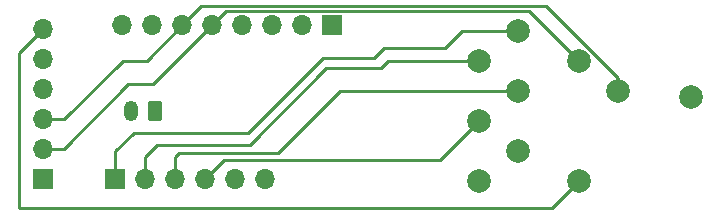
<source format=gbl>
%TF.GenerationSoftware,KiCad,Pcbnew,(6.0.0)*%
%TF.CreationDate,2022-01-10T19:28:16+00:00*%
%TF.ProjectId,DiscProgrammer,44697363-5072-46f6-9772-616d6d65722e,rev?*%
%TF.SameCoordinates,Original*%
%TF.FileFunction,Copper,L2,Bot*%
%TF.FilePolarity,Positive*%
%FSLAX46Y46*%
G04 Gerber Fmt 4.6, Leading zero omitted, Abs format (unit mm)*
G04 Created by KiCad (PCBNEW (6.0.0)) date 2022-01-10 19:28:16*
%MOMM*%
%LPD*%
G01*
G04 APERTURE LIST*
G04 Aperture macros list*
%AMRoundRect*
0 Rectangle with rounded corners*
0 $1 Rounding radius*
0 $2 $3 $4 $5 $6 $7 $8 $9 X,Y pos of 4 corners*
0 Add a 4 corners polygon primitive as box body*
4,1,4,$2,$3,$4,$5,$6,$7,$8,$9,$2,$3,0*
0 Add four circle primitives for the rounded corners*
1,1,$1+$1,$2,$3*
1,1,$1+$1,$4,$5*
1,1,$1+$1,$6,$7*
1,1,$1+$1,$8,$9*
0 Add four rect primitives between the rounded corners*
20,1,$1+$1,$2,$3,$4,$5,0*
20,1,$1+$1,$4,$5,$6,$7,0*
20,1,$1+$1,$6,$7,$8,$9,0*
20,1,$1+$1,$8,$9,$2,$3,0*%
G04 Aperture macros list end*
%TA.AperFunction,ComponentPad*%
%ADD10R,1.700000X1.700000*%
%TD*%
%TA.AperFunction,ComponentPad*%
%ADD11O,1.700000X1.700000*%
%TD*%
%TA.AperFunction,ComponentPad*%
%ADD12C,2.000000*%
%TD*%
%TA.AperFunction,ComponentPad*%
%ADD13RoundRect,0.250000X0.350000X0.625000X-0.350000X0.625000X-0.350000X-0.625000X0.350000X-0.625000X0*%
%TD*%
%TA.AperFunction,ComponentPad*%
%ADD14O,1.200000X1.750000*%
%TD*%
%TA.AperFunction,Conductor*%
%ADD15C,0.250000*%
%TD*%
G04 APERTURE END LIST*
D10*
%TO.P,J4,1,Pin_1*%
%TO.N,unconnected-(J4-Pad1)*%
X52000000Y-48000000D03*
D11*
%TO.P,J4,2,Pin_2*%
%TO.N,Net-(J1-Pad5)*%
X52000000Y-45460000D03*
%TO.P,J4,3,Pin_3*%
%TO.N,Net-(J1-Pad6)*%
X52000000Y-42920000D03*
%TO.P,J4,4,Pin_4*%
%TO.N,GND*%
X52000000Y-40380000D03*
%TO.P,J4,5,Pin_5*%
%TO.N,+3V3*%
X52000000Y-37840000D03*
%TO.P,J4,6,Pin_6*%
%TO.N,Net-(J4-Pad6)*%
X52000000Y-35300000D03*
%TD*%
D10*
%TO.P,J3,1,Pin_1*%
%TO.N,Net-(J13-Pad1)*%
X58150000Y-48000000D03*
D11*
%TO.P,J3,2,Pin_2*%
%TO.N,Net-(J12-Pad1)*%
X60690000Y-48000000D03*
%TO.P,J3,3,Pin_3*%
%TO.N,Net-(J11-Pad1)*%
X63230000Y-48000000D03*
%TO.P,J3,4,Pin_4*%
%TO.N,Net-(J10-Pad1)*%
X65770000Y-48000000D03*
%TO.P,J3,5,Pin_5*%
%TO.N,GND*%
X68310000Y-48000000D03*
%TO.P,J3,6,Pin_6*%
%TO.N,+3V3*%
X70850000Y-48000000D03*
%TD*%
D10*
%TO.P,J1,1,Pin_1*%
%TO.N,+BATT*%
X76500000Y-35000000D03*
D11*
%TO.P,J1,2,Pin_2*%
%TO.N,+4V*%
X73960000Y-35000000D03*
%TO.P,J1,3,Pin_3*%
%TO.N,unconnected-(J1-Pad3)*%
X71420000Y-35000000D03*
%TO.P,J1,4,Pin_4*%
%TO.N,unconnected-(J1-Pad4)*%
X68880000Y-35000000D03*
%TO.P,J1,5,Pin_5*%
%TO.N,Net-(J1-Pad5)*%
X66340000Y-35000000D03*
%TO.P,J1,6,Pin_6*%
%TO.N,Net-(J1-Pad6)*%
X63800000Y-35000000D03*
%TO.P,J1,7,Pin_7*%
%TO.N,GND*%
X61260000Y-35000000D03*
%TO.P,J1,8,Pin_8*%
%TO.N,+3V3*%
X58720000Y-35000000D03*
%TD*%
D12*
%TO.P,J14,1,Pin_1*%
%TO.N,+BATT*%
X106900000Y-41100000D03*
%TD*%
%TO.P,J13,1,Pin_1*%
%TO.N,Net-(J13-Pad1)*%
X92200000Y-35500000D03*
%TD*%
%TO.P,J12,1,Pin_1*%
%TO.N,Net-(J12-Pad1)*%
X88900000Y-38050000D03*
%TD*%
%TO.P,J11,1,Pin_1*%
%TO.N,Net-(J11-Pad1)*%
X92200000Y-40600000D03*
%TD*%
%TO.P,J10,1,Pin_1*%
%TO.N,Net-(J10-Pad1)*%
X88900000Y-43100000D03*
%TD*%
%TO.P,J9,1,Pin_1*%
%TO.N,Net-(J1-Pad5)*%
X97400000Y-38050000D03*
%TD*%
%TO.P,J8,1,Pin_1*%
%TO.N,Net-(J1-Pad6)*%
X100700000Y-40600000D03*
%TD*%
%TO.P,J7,1,Pin_1*%
%TO.N,GND*%
X92200000Y-45650000D03*
%TD*%
%TO.P,J6,1,Pin_1*%
%TO.N,+3V3*%
X88900000Y-48200000D03*
%TD*%
%TO.P,J5,1,Pin_1*%
%TO.N,Net-(J4-Pad6)*%
X97400000Y-48200000D03*
%TD*%
D13*
%TO.P,J2,1,Pin_1*%
%TO.N,+4V*%
X61500000Y-42250000D03*
D14*
%TO.P,J2,2,Pin_2*%
%TO.N,GND*%
X59500000Y-42250000D03*
%TD*%
D15*
%TO.N,Net-(J4-Pad6)*%
X95100000Y-50500000D02*
X97400000Y-48200000D01*
X49950000Y-50500000D02*
X95100000Y-50500000D01*
X49950000Y-37350000D02*
X49950000Y-50500000D01*
%TO.N,Net-(J1-Pad6)*%
X94625969Y-33375969D02*
X100700000Y-39450000D01*
X65424031Y-33375969D02*
X94625969Y-33375969D01*
X100700000Y-39450000D02*
X100700000Y-40600000D01*
X63800000Y-35000000D02*
X65424031Y-33375969D01*
%TO.N,Net-(J1-Pad5)*%
X67514511Y-33825489D02*
X93175489Y-33825489D01*
X93175489Y-33825489D02*
X97400000Y-38050000D01*
X66340000Y-35000000D02*
X67514511Y-33825489D01*
%TO.N,Net-(J13-Pad1)*%
X87450000Y-35500000D02*
X92200000Y-35500000D01*
X80000000Y-37750000D02*
X80850000Y-36900000D01*
X75700000Y-37750000D02*
X80000000Y-37750000D01*
X80850000Y-36900000D02*
X86050000Y-36900000D01*
X69350000Y-44100000D02*
X75700000Y-37750000D01*
X59700000Y-44100000D02*
X69350000Y-44100000D01*
X58150000Y-45650000D02*
X59700000Y-44100000D01*
X58150000Y-48000000D02*
X58150000Y-45650000D01*
X86050000Y-36900000D02*
X87450000Y-35500000D01*
%TO.N,Net-(J4-Pad6)*%
X52000000Y-35300000D02*
X49950000Y-37350000D01*
%TO.N,Net-(J11-Pad1)*%
X77150000Y-40600000D02*
X92200000Y-40600000D01*
X71900000Y-45850000D02*
X77150000Y-40600000D01*
X63500000Y-45850000D02*
X71900000Y-45850000D01*
X63230000Y-46120000D02*
X63500000Y-45850000D01*
X63230000Y-48000000D02*
X63230000Y-46120000D01*
%TO.N,Net-(J10-Pad1)*%
X85600000Y-46400000D02*
X88900000Y-43100000D01*
X67370000Y-46400000D02*
X85600000Y-46400000D01*
X65770000Y-48000000D02*
X67370000Y-46400000D01*
%TO.N,Net-(J12-Pad1)*%
X81200000Y-38050000D02*
X88900000Y-38050000D01*
X80600000Y-38650000D02*
X81200000Y-38050000D01*
X76000000Y-38650000D02*
X80600000Y-38650000D01*
X61700000Y-45150000D02*
X69500000Y-45150000D01*
X69500000Y-45150000D02*
X76000000Y-38650000D01*
X60690000Y-46160000D02*
X61700000Y-45150000D01*
X60690000Y-48000000D02*
X60690000Y-46160000D01*
%TO.N,Net-(J1-Pad5)*%
X61340000Y-40000000D02*
X66340000Y-35000000D01*
X59250000Y-40000000D02*
X61340000Y-40000000D01*
X53790000Y-45460000D02*
X59250000Y-40000000D01*
X52000000Y-45460000D02*
X53790000Y-45460000D01*
%TO.N,Net-(J1-Pad6)*%
X58750000Y-38000000D02*
X60800000Y-38000000D01*
X60800000Y-38000000D02*
X63800000Y-35000000D01*
X53830000Y-42920000D02*
X58750000Y-38000000D01*
X52000000Y-42920000D02*
X53830000Y-42920000D01*
%TD*%
M02*

</source>
